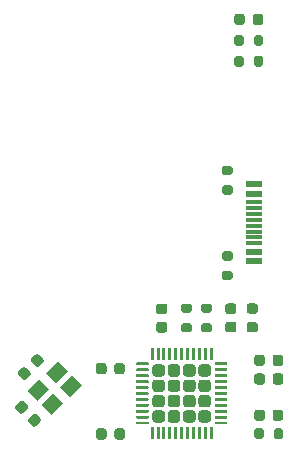
<source format=gbr>
%TF.GenerationSoftware,KiCad,Pcbnew,5.1.7-a382d34a8~88~ubuntu20.04.1*%
%TF.CreationDate,2021-03-21T15:49:45+01:00*%
%TF.ProjectId,marco-keyboard,6d617263-6f2d-46b6-9579-626f6172642e,rev?*%
%TF.SameCoordinates,Original*%
%TF.FileFunction,Paste,Top*%
%TF.FilePolarity,Positive*%
%FSLAX46Y46*%
G04 Gerber Fmt 4.6, Leading zero omitted, Abs format (unit mm)*
G04 Created by KiCad (PCBNEW 5.1.7-a382d34a8~88~ubuntu20.04.1) date 2021-03-21 15:49:45*
%MOMM*%
%LPD*%
G01*
G04 APERTURE LIST*
%ADD10R,1.450000X0.600000*%
%ADD11R,1.450000X0.300000*%
%ADD12C,0.100000*%
G04 APERTURE END LIST*
D10*
%TO.C,J1*%
X185405000Y-74370000D03*
X185405000Y-73570000D03*
D11*
X185405000Y-71370000D03*
X185405000Y-71870000D03*
X185405000Y-72370000D03*
X185405000Y-72870000D03*
X185405000Y-70870000D03*
X185405000Y-70370000D03*
X185405000Y-69870000D03*
X185405000Y-69370000D03*
D10*
X185405000Y-68670000D03*
X185405000Y-67870000D03*
%TD*%
%TO.C,D2*%
G36*
G01*
X186192880Y-53642530D02*
X186192880Y-54155030D01*
G75*
G02*
X185974130Y-54373780I-218750J0D01*
G01*
X185536630Y-54373780D01*
G75*
G02*
X185317880Y-54155030I0J218750D01*
G01*
X185317880Y-53642530D01*
G75*
G02*
X185536630Y-53423780I218750J0D01*
G01*
X185974130Y-53423780D01*
G75*
G02*
X186192880Y-53642530I0J-218750D01*
G01*
G37*
G36*
G01*
X184617880Y-53642530D02*
X184617880Y-54155030D01*
G75*
G02*
X184399130Y-54373780I-218750J0D01*
G01*
X183961630Y-54373780D01*
G75*
G02*
X183742880Y-54155030I0J218750D01*
G01*
X183742880Y-53642530D01*
G75*
G02*
X183961630Y-53423780I218750J0D01*
G01*
X184399130Y-53423780D01*
G75*
G02*
X184617880Y-53642530I0J-218750D01*
G01*
G37*
%TD*%
%TO.C,C1*%
G36*
G01*
X185434520Y-84602640D02*
X185434520Y-84102640D01*
G75*
G02*
X185659520Y-83877640I225000J0D01*
G01*
X186109520Y-83877640D01*
G75*
G02*
X186334520Y-84102640I0J-225000D01*
G01*
X186334520Y-84602640D01*
G75*
G02*
X186109520Y-84827640I-225000J0D01*
G01*
X185659520Y-84827640D01*
G75*
G02*
X185434520Y-84602640I0J225000D01*
G01*
G37*
G36*
G01*
X186984520Y-84602640D02*
X186984520Y-84102640D01*
G75*
G02*
X187209520Y-83877640I225000J0D01*
G01*
X187659520Y-83877640D01*
G75*
G02*
X187884520Y-84102640I0J-225000D01*
G01*
X187884520Y-84602640D01*
G75*
G02*
X187659520Y-84827640I-225000J0D01*
G01*
X187209520Y-84827640D01*
G75*
G02*
X186984520Y-84602640I0J225000D01*
G01*
G37*
%TD*%
%TO.C,C2*%
G36*
G01*
X177844260Y-80421900D02*
X177344260Y-80421900D01*
G75*
G02*
X177119260Y-80196900I0J225000D01*
G01*
X177119260Y-79746900D01*
G75*
G02*
X177344260Y-79521900I225000J0D01*
G01*
X177844260Y-79521900D01*
G75*
G02*
X178069260Y-79746900I0J-225000D01*
G01*
X178069260Y-80196900D01*
G75*
G02*
X177844260Y-80421900I-225000J0D01*
G01*
G37*
G36*
G01*
X177844260Y-78871900D02*
X177344260Y-78871900D01*
G75*
G02*
X177119260Y-78646900I0J225000D01*
G01*
X177119260Y-78196900D01*
G75*
G02*
X177344260Y-77971900I225000J0D01*
G01*
X177844260Y-77971900D01*
G75*
G02*
X178069260Y-78196900I0J-225000D01*
G01*
X178069260Y-78646900D01*
G75*
G02*
X177844260Y-78871900I-225000J0D01*
G01*
G37*
%TD*%
%TO.C,C3*%
G36*
G01*
X172926220Y-83219480D02*
X172926220Y-83719480D01*
G75*
G02*
X172701220Y-83944480I-225000J0D01*
G01*
X172251220Y-83944480D01*
G75*
G02*
X172026220Y-83719480I0J225000D01*
G01*
X172026220Y-83219480D01*
G75*
G02*
X172251220Y-82994480I225000J0D01*
G01*
X172701220Y-82994480D01*
G75*
G02*
X172926220Y-83219480I0J-225000D01*
G01*
G37*
G36*
G01*
X174476220Y-83219480D02*
X174476220Y-83719480D01*
G75*
G02*
X174251220Y-83944480I-225000J0D01*
G01*
X173801220Y-83944480D01*
G75*
G02*
X173576220Y-83719480I0J225000D01*
G01*
X173576220Y-83219480D01*
G75*
G02*
X173801220Y-82994480I225000J0D01*
G01*
X174251220Y-82994480D01*
G75*
G02*
X174476220Y-83219480I0J-225000D01*
G01*
G37*
%TD*%
%TO.C,C4*%
G36*
G01*
X186984520Y-87665880D02*
X186984520Y-87165880D01*
G75*
G02*
X187209520Y-86940880I225000J0D01*
G01*
X187659520Y-86940880D01*
G75*
G02*
X187884520Y-87165880I0J-225000D01*
G01*
X187884520Y-87665880D01*
G75*
G02*
X187659520Y-87890880I-225000J0D01*
G01*
X187209520Y-87890880D01*
G75*
G02*
X186984520Y-87665880I0J225000D01*
G01*
G37*
G36*
G01*
X185434520Y-87665880D02*
X185434520Y-87165880D01*
G75*
G02*
X185659520Y-86940880I225000J0D01*
G01*
X186109520Y-86940880D01*
G75*
G02*
X186334520Y-87165880I0J-225000D01*
G01*
X186334520Y-87665880D01*
G75*
G02*
X186109520Y-87890880I-225000J0D01*
G01*
X185659520Y-87890880D01*
G75*
G02*
X185434520Y-87665880I0J225000D01*
G01*
G37*
%TD*%
%TO.C,C5*%
G36*
G01*
X172938260Y-88759220D02*
X172938260Y-89259220D01*
G75*
G02*
X172713260Y-89484220I-225000J0D01*
G01*
X172263260Y-89484220D01*
G75*
G02*
X172038260Y-89259220I0J225000D01*
G01*
X172038260Y-88759220D01*
G75*
G02*
X172263260Y-88534220I225000J0D01*
G01*
X172713260Y-88534220D01*
G75*
G02*
X172938260Y-88759220I0J-225000D01*
G01*
G37*
G36*
G01*
X174488260Y-88759220D02*
X174488260Y-89259220D01*
G75*
G02*
X174263260Y-89484220I-225000J0D01*
G01*
X173813260Y-89484220D01*
G75*
G02*
X173588260Y-89259220I0J225000D01*
G01*
X173588260Y-88759220D01*
G75*
G02*
X173813260Y-88534220I225000J0D01*
G01*
X174263260Y-88534220D01*
G75*
G02*
X174488260Y-88759220I0J-225000D01*
G01*
G37*
%TD*%
%TO.C,C6*%
G36*
G01*
X185434520Y-83025300D02*
X185434520Y-82525300D01*
G75*
G02*
X185659520Y-82300300I225000J0D01*
G01*
X186109520Y-82300300D01*
G75*
G02*
X186334520Y-82525300I0J-225000D01*
G01*
X186334520Y-83025300D01*
G75*
G02*
X186109520Y-83250300I-225000J0D01*
G01*
X185659520Y-83250300D01*
G75*
G02*
X185434520Y-83025300I0J225000D01*
G01*
G37*
G36*
G01*
X186984520Y-83025300D02*
X186984520Y-82525300D01*
G75*
G02*
X187209520Y-82300300I225000J0D01*
G01*
X187659520Y-82300300D01*
G75*
G02*
X187884520Y-82525300I0J-225000D01*
G01*
X187884520Y-83025300D01*
G75*
G02*
X187659520Y-83250300I-225000J0D01*
G01*
X187209520Y-83250300D01*
G75*
G02*
X186984520Y-83025300I0J225000D01*
G01*
G37*
%TD*%
%TO.C,C7*%
G36*
G01*
X183696420Y-80404120D02*
X183196420Y-80404120D01*
G75*
G02*
X182971420Y-80179120I0J225000D01*
G01*
X182971420Y-79729120D01*
G75*
G02*
X183196420Y-79504120I225000J0D01*
G01*
X183696420Y-79504120D01*
G75*
G02*
X183921420Y-79729120I0J-225000D01*
G01*
X183921420Y-80179120D01*
G75*
G02*
X183696420Y-80404120I-225000J0D01*
G01*
G37*
G36*
G01*
X183696420Y-78854120D02*
X183196420Y-78854120D01*
G75*
G02*
X182971420Y-78629120I0J225000D01*
G01*
X182971420Y-78179120D01*
G75*
G02*
X183196420Y-77954120I225000J0D01*
G01*
X183696420Y-77954120D01*
G75*
G02*
X183921420Y-78179120I0J-225000D01*
G01*
X183921420Y-78629120D01*
G75*
G02*
X183696420Y-78854120I-225000J0D01*
G01*
G37*
%TD*%
%TO.C,C8*%
G36*
G01*
X165235577Y-86602751D02*
X165589131Y-86249197D01*
G75*
G02*
X165907329Y-86249197I159099J-159099D01*
G01*
X166225527Y-86567395D01*
G75*
G02*
X166225527Y-86885593I-159099J-159099D01*
G01*
X165871973Y-87239147D01*
G75*
G02*
X165553775Y-87239147I-159099J159099D01*
G01*
X165235577Y-86920949D01*
G75*
G02*
X165235577Y-86602751I159099J159099D01*
G01*
G37*
G36*
G01*
X166331593Y-87698767D02*
X166685147Y-87345213D01*
G75*
G02*
X167003345Y-87345213I159099J-159099D01*
G01*
X167321543Y-87663411D01*
G75*
G02*
X167321543Y-87981609I-159099J-159099D01*
G01*
X166967989Y-88335163D01*
G75*
G02*
X166649791Y-88335163I-159099J159099D01*
G01*
X166331593Y-88016965D01*
G75*
G02*
X166331593Y-87698767I159099J159099D01*
G01*
G37*
%TD*%
%TO.C,C9*%
G36*
G01*
X166916919Y-83291355D02*
X166563365Y-82937801D01*
G75*
G02*
X166563365Y-82619603I159099J159099D01*
G01*
X166881563Y-82301405D01*
G75*
G02*
X167199761Y-82301405I159099J-159099D01*
G01*
X167553315Y-82654959D01*
G75*
G02*
X167553315Y-82973157I-159099J-159099D01*
G01*
X167235117Y-83291355D01*
G75*
G02*
X166916919Y-83291355I-159099J159099D01*
G01*
G37*
G36*
G01*
X165820903Y-84387371D02*
X165467349Y-84033817D01*
G75*
G02*
X165467349Y-83715619I159099J159099D01*
G01*
X165785547Y-83397421D01*
G75*
G02*
X166103745Y-83397421I159099J-159099D01*
G01*
X166457299Y-83750975D01*
G75*
G02*
X166457299Y-84069173I-159099J-159099D01*
G01*
X166139101Y-84387371D01*
G75*
G02*
X165820903Y-84387371I-159099J159099D01*
G01*
G37*
%TD*%
%TO.C,F1*%
G36*
G01*
X185518770Y-80404120D02*
X185006270Y-80404120D01*
G75*
G02*
X184787520Y-80185370I0J218750D01*
G01*
X184787520Y-79747870D01*
G75*
G02*
X185006270Y-79529120I218750J0D01*
G01*
X185518770Y-79529120D01*
G75*
G02*
X185737520Y-79747870I0J-218750D01*
G01*
X185737520Y-80185370D01*
G75*
G02*
X185518770Y-80404120I-218750J0D01*
G01*
G37*
G36*
G01*
X185518770Y-78829120D02*
X185006270Y-78829120D01*
G75*
G02*
X184787520Y-78610370I0J218750D01*
G01*
X184787520Y-78172870D01*
G75*
G02*
X185006270Y-77954120I218750J0D01*
G01*
X185518770Y-77954120D01*
G75*
G02*
X185737520Y-78172870I0J-218750D01*
G01*
X185737520Y-78610370D01*
G75*
G02*
X185518770Y-78829120I-218750J0D01*
G01*
G37*
%TD*%
%TO.C,R1*%
G36*
G01*
X186192880Y-57169640D02*
X186192880Y-57719640D01*
G75*
G02*
X185992880Y-57919640I-200000J0D01*
G01*
X185592880Y-57919640D01*
G75*
G02*
X185392880Y-57719640I0J200000D01*
G01*
X185392880Y-57169640D01*
G75*
G02*
X185592880Y-56969640I200000J0D01*
G01*
X185992880Y-56969640D01*
G75*
G02*
X186192880Y-57169640I0J-200000D01*
G01*
G37*
G36*
G01*
X184542880Y-57169640D02*
X184542880Y-57719640D01*
G75*
G02*
X184342880Y-57919640I-200000J0D01*
G01*
X183942880Y-57919640D01*
G75*
G02*
X183742880Y-57719640I0J200000D01*
G01*
X183742880Y-57169640D01*
G75*
G02*
X183942880Y-56969640I200000J0D01*
G01*
X184342880Y-56969640D01*
G75*
G02*
X184542880Y-57169640I0J-200000D01*
G01*
G37*
%TD*%
%TO.C,R2*%
G36*
G01*
X179977140Y-80412040D02*
X179427140Y-80412040D01*
G75*
G02*
X179227140Y-80212040I0J200000D01*
G01*
X179227140Y-79812040D01*
G75*
G02*
X179427140Y-79612040I200000J0D01*
G01*
X179977140Y-79612040D01*
G75*
G02*
X180177140Y-79812040I0J-200000D01*
G01*
X180177140Y-80212040D01*
G75*
G02*
X179977140Y-80412040I-200000J0D01*
G01*
G37*
G36*
G01*
X179977140Y-78762040D02*
X179427140Y-78762040D01*
G75*
G02*
X179227140Y-78562040I0J200000D01*
G01*
X179227140Y-78162040D01*
G75*
G02*
X179427140Y-77962040I200000J0D01*
G01*
X179977140Y-77962040D01*
G75*
G02*
X180177140Y-78162040I0J-200000D01*
G01*
X180177140Y-78562040D01*
G75*
G02*
X179977140Y-78762040I-200000J0D01*
G01*
G37*
%TD*%
%TO.C,R3*%
G36*
G01*
X181660313Y-78762040D02*
X181110313Y-78762040D01*
G75*
G02*
X180910313Y-78562040I0J200000D01*
G01*
X180910313Y-78162040D01*
G75*
G02*
X181110313Y-77962040I200000J0D01*
G01*
X181660313Y-77962040D01*
G75*
G02*
X181860313Y-78162040I0J-200000D01*
G01*
X181860313Y-78562040D01*
G75*
G02*
X181660313Y-78762040I-200000J0D01*
G01*
G37*
G36*
G01*
X181660313Y-80412040D02*
X181110313Y-80412040D01*
G75*
G02*
X180910313Y-80212040I0J200000D01*
G01*
X180910313Y-79812040D01*
G75*
G02*
X181110313Y-79612040I200000J0D01*
G01*
X181660313Y-79612040D01*
G75*
G02*
X181860313Y-79812040I0J-200000D01*
G01*
X181860313Y-80212040D01*
G75*
G02*
X181660313Y-80412040I-200000J0D01*
G01*
G37*
%TD*%
%TO.C,R4*%
G36*
G01*
X185434520Y-89258060D02*
X185434520Y-88708060D01*
G75*
G02*
X185634520Y-88508060I200000J0D01*
G01*
X186034520Y-88508060D01*
G75*
G02*
X186234520Y-88708060I0J-200000D01*
G01*
X186234520Y-89258060D01*
G75*
G02*
X186034520Y-89458060I-200000J0D01*
G01*
X185634520Y-89458060D01*
G75*
G02*
X185434520Y-89258060I0J200000D01*
G01*
G37*
G36*
G01*
X187084520Y-89258060D02*
X187084520Y-88708060D01*
G75*
G02*
X187284520Y-88508060I200000J0D01*
G01*
X187684520Y-88508060D01*
G75*
G02*
X187884520Y-88708060I0J-200000D01*
G01*
X187884520Y-89258060D01*
G75*
G02*
X187684520Y-89458060I-200000J0D01*
G01*
X187284520Y-89458060D01*
G75*
G02*
X187084520Y-89258060I0J200000D01*
G01*
G37*
%TD*%
%TO.C,R5*%
G36*
G01*
X186192880Y-55416710D02*
X186192880Y-55966710D01*
G75*
G02*
X185992880Y-56166710I-200000J0D01*
G01*
X185592880Y-56166710D01*
G75*
G02*
X185392880Y-55966710I0J200000D01*
G01*
X185392880Y-55416710D01*
G75*
G02*
X185592880Y-55216710I200000J0D01*
G01*
X185992880Y-55216710D01*
G75*
G02*
X186192880Y-55416710I0J-200000D01*
G01*
G37*
G36*
G01*
X184542880Y-55416710D02*
X184542880Y-55966710D01*
G75*
G02*
X184342880Y-56166710I-200000J0D01*
G01*
X183942880Y-56166710D01*
G75*
G02*
X183742880Y-55966710I0J200000D01*
G01*
X183742880Y-55416710D01*
G75*
G02*
X183942880Y-55216710I200000J0D01*
G01*
X184342880Y-55216710D01*
G75*
G02*
X184542880Y-55416710I0J-200000D01*
G01*
G37*
%TD*%
%TO.C,R6*%
G36*
G01*
X182866620Y-75182280D02*
X183416620Y-75182280D01*
G75*
G02*
X183616620Y-75382280I0J-200000D01*
G01*
X183616620Y-75782280D01*
G75*
G02*
X183416620Y-75982280I-200000J0D01*
G01*
X182866620Y-75982280D01*
G75*
G02*
X182666620Y-75782280I0J200000D01*
G01*
X182666620Y-75382280D01*
G75*
G02*
X182866620Y-75182280I200000J0D01*
G01*
G37*
G36*
G01*
X182866620Y-73532280D02*
X183416620Y-73532280D01*
G75*
G02*
X183616620Y-73732280I0J-200000D01*
G01*
X183616620Y-74132280D01*
G75*
G02*
X183416620Y-74332280I-200000J0D01*
G01*
X182866620Y-74332280D01*
G75*
G02*
X182666620Y-74132280I0J200000D01*
G01*
X182666620Y-73732280D01*
G75*
G02*
X182866620Y-73532280I200000J0D01*
G01*
G37*
%TD*%
%TO.C,R7*%
G36*
G01*
X182866620Y-66298360D02*
X183416620Y-66298360D01*
G75*
G02*
X183616620Y-66498360I0J-200000D01*
G01*
X183616620Y-66898360D01*
G75*
G02*
X183416620Y-67098360I-200000J0D01*
G01*
X182866620Y-67098360D01*
G75*
G02*
X182666620Y-66898360I0J200000D01*
G01*
X182666620Y-66498360D01*
G75*
G02*
X182866620Y-66298360I200000J0D01*
G01*
G37*
G36*
G01*
X182866620Y-67948360D02*
X183416620Y-67948360D01*
G75*
G02*
X183616620Y-68148360I0J-200000D01*
G01*
X183616620Y-68548360D01*
G75*
G02*
X183416620Y-68748360I-200000J0D01*
G01*
X182866620Y-68748360D01*
G75*
G02*
X182666620Y-68548360I0J200000D01*
G01*
X182666620Y-68148360D01*
G75*
G02*
X182866620Y-67948360I200000J0D01*
G01*
G37*
%TD*%
%TO.C,U1*%
G36*
G01*
X181725940Y-81702680D02*
X181850940Y-81702680D01*
G75*
G02*
X181913440Y-81765180I0J-62500D01*
G01*
X181913440Y-82715180D01*
G75*
G02*
X181850940Y-82777680I-62500J0D01*
G01*
X181725940Y-82777680D01*
G75*
G02*
X181663440Y-82715180I0J62500D01*
G01*
X181663440Y-81765180D01*
G75*
G02*
X181725940Y-81702680I62500J0D01*
G01*
G37*
G36*
G01*
X181225940Y-81702680D02*
X181350940Y-81702680D01*
G75*
G02*
X181413440Y-81765180I0J-62500D01*
G01*
X181413440Y-82715180D01*
G75*
G02*
X181350940Y-82777680I-62500J0D01*
G01*
X181225940Y-82777680D01*
G75*
G02*
X181163440Y-82715180I0J62500D01*
G01*
X181163440Y-81765180D01*
G75*
G02*
X181225940Y-81702680I62500J0D01*
G01*
G37*
G36*
G01*
X180725940Y-81702680D02*
X180850940Y-81702680D01*
G75*
G02*
X180913440Y-81765180I0J-62500D01*
G01*
X180913440Y-82715180D01*
G75*
G02*
X180850940Y-82777680I-62500J0D01*
G01*
X180725940Y-82777680D01*
G75*
G02*
X180663440Y-82715180I0J62500D01*
G01*
X180663440Y-81765180D01*
G75*
G02*
X180725940Y-81702680I62500J0D01*
G01*
G37*
G36*
G01*
X180225940Y-81702680D02*
X180350940Y-81702680D01*
G75*
G02*
X180413440Y-81765180I0J-62500D01*
G01*
X180413440Y-82715180D01*
G75*
G02*
X180350940Y-82777680I-62500J0D01*
G01*
X180225940Y-82777680D01*
G75*
G02*
X180163440Y-82715180I0J62500D01*
G01*
X180163440Y-81765180D01*
G75*
G02*
X180225940Y-81702680I62500J0D01*
G01*
G37*
G36*
G01*
X179725940Y-81702680D02*
X179850940Y-81702680D01*
G75*
G02*
X179913440Y-81765180I0J-62500D01*
G01*
X179913440Y-82715180D01*
G75*
G02*
X179850940Y-82777680I-62500J0D01*
G01*
X179725940Y-82777680D01*
G75*
G02*
X179663440Y-82715180I0J62500D01*
G01*
X179663440Y-81765180D01*
G75*
G02*
X179725940Y-81702680I62500J0D01*
G01*
G37*
G36*
G01*
X179225940Y-81702680D02*
X179350940Y-81702680D01*
G75*
G02*
X179413440Y-81765180I0J-62500D01*
G01*
X179413440Y-82715180D01*
G75*
G02*
X179350940Y-82777680I-62500J0D01*
G01*
X179225940Y-82777680D01*
G75*
G02*
X179163440Y-82715180I0J62500D01*
G01*
X179163440Y-81765180D01*
G75*
G02*
X179225940Y-81702680I62500J0D01*
G01*
G37*
G36*
G01*
X178725940Y-81702680D02*
X178850940Y-81702680D01*
G75*
G02*
X178913440Y-81765180I0J-62500D01*
G01*
X178913440Y-82715180D01*
G75*
G02*
X178850940Y-82777680I-62500J0D01*
G01*
X178725940Y-82777680D01*
G75*
G02*
X178663440Y-82715180I0J62500D01*
G01*
X178663440Y-81765180D01*
G75*
G02*
X178725940Y-81702680I62500J0D01*
G01*
G37*
G36*
G01*
X178225940Y-81702680D02*
X178350940Y-81702680D01*
G75*
G02*
X178413440Y-81765180I0J-62500D01*
G01*
X178413440Y-82715180D01*
G75*
G02*
X178350940Y-82777680I-62500J0D01*
G01*
X178225940Y-82777680D01*
G75*
G02*
X178163440Y-82715180I0J62500D01*
G01*
X178163440Y-81765180D01*
G75*
G02*
X178225940Y-81702680I62500J0D01*
G01*
G37*
G36*
G01*
X177725940Y-81702680D02*
X177850940Y-81702680D01*
G75*
G02*
X177913440Y-81765180I0J-62500D01*
G01*
X177913440Y-82715180D01*
G75*
G02*
X177850940Y-82777680I-62500J0D01*
G01*
X177725940Y-82777680D01*
G75*
G02*
X177663440Y-82715180I0J62500D01*
G01*
X177663440Y-81765180D01*
G75*
G02*
X177725940Y-81702680I62500J0D01*
G01*
G37*
G36*
G01*
X177225940Y-81702680D02*
X177350940Y-81702680D01*
G75*
G02*
X177413440Y-81765180I0J-62500D01*
G01*
X177413440Y-82715180D01*
G75*
G02*
X177350940Y-82777680I-62500J0D01*
G01*
X177225940Y-82777680D01*
G75*
G02*
X177163440Y-82715180I0J62500D01*
G01*
X177163440Y-81765180D01*
G75*
G02*
X177225940Y-81702680I62500J0D01*
G01*
G37*
G36*
G01*
X176725940Y-81702680D02*
X176850940Y-81702680D01*
G75*
G02*
X176913440Y-81765180I0J-62500D01*
G01*
X176913440Y-82715180D01*
G75*
G02*
X176850940Y-82777680I-62500J0D01*
G01*
X176725940Y-82777680D01*
G75*
G02*
X176663440Y-82715180I0J62500D01*
G01*
X176663440Y-81765180D01*
G75*
G02*
X176725940Y-81702680I62500J0D01*
G01*
G37*
G36*
G01*
X175475940Y-82952680D02*
X176425940Y-82952680D01*
G75*
G02*
X176488440Y-83015180I0J-62500D01*
G01*
X176488440Y-83140180D01*
G75*
G02*
X176425940Y-83202680I-62500J0D01*
G01*
X175475940Y-83202680D01*
G75*
G02*
X175413440Y-83140180I0J62500D01*
G01*
X175413440Y-83015180D01*
G75*
G02*
X175475940Y-82952680I62500J0D01*
G01*
G37*
G36*
G01*
X175475940Y-83452680D02*
X176425940Y-83452680D01*
G75*
G02*
X176488440Y-83515180I0J-62500D01*
G01*
X176488440Y-83640180D01*
G75*
G02*
X176425940Y-83702680I-62500J0D01*
G01*
X175475940Y-83702680D01*
G75*
G02*
X175413440Y-83640180I0J62500D01*
G01*
X175413440Y-83515180D01*
G75*
G02*
X175475940Y-83452680I62500J0D01*
G01*
G37*
G36*
G01*
X175475940Y-83952680D02*
X176425940Y-83952680D01*
G75*
G02*
X176488440Y-84015180I0J-62500D01*
G01*
X176488440Y-84140180D01*
G75*
G02*
X176425940Y-84202680I-62500J0D01*
G01*
X175475940Y-84202680D01*
G75*
G02*
X175413440Y-84140180I0J62500D01*
G01*
X175413440Y-84015180D01*
G75*
G02*
X175475940Y-83952680I62500J0D01*
G01*
G37*
G36*
G01*
X175475940Y-84452680D02*
X176425940Y-84452680D01*
G75*
G02*
X176488440Y-84515180I0J-62500D01*
G01*
X176488440Y-84640180D01*
G75*
G02*
X176425940Y-84702680I-62500J0D01*
G01*
X175475940Y-84702680D01*
G75*
G02*
X175413440Y-84640180I0J62500D01*
G01*
X175413440Y-84515180D01*
G75*
G02*
X175475940Y-84452680I62500J0D01*
G01*
G37*
G36*
G01*
X175475940Y-84952680D02*
X176425940Y-84952680D01*
G75*
G02*
X176488440Y-85015180I0J-62500D01*
G01*
X176488440Y-85140180D01*
G75*
G02*
X176425940Y-85202680I-62500J0D01*
G01*
X175475940Y-85202680D01*
G75*
G02*
X175413440Y-85140180I0J62500D01*
G01*
X175413440Y-85015180D01*
G75*
G02*
X175475940Y-84952680I62500J0D01*
G01*
G37*
G36*
G01*
X175475940Y-85452680D02*
X176425940Y-85452680D01*
G75*
G02*
X176488440Y-85515180I0J-62500D01*
G01*
X176488440Y-85640180D01*
G75*
G02*
X176425940Y-85702680I-62500J0D01*
G01*
X175475940Y-85702680D01*
G75*
G02*
X175413440Y-85640180I0J62500D01*
G01*
X175413440Y-85515180D01*
G75*
G02*
X175475940Y-85452680I62500J0D01*
G01*
G37*
G36*
G01*
X175475940Y-85952680D02*
X176425940Y-85952680D01*
G75*
G02*
X176488440Y-86015180I0J-62500D01*
G01*
X176488440Y-86140180D01*
G75*
G02*
X176425940Y-86202680I-62500J0D01*
G01*
X175475940Y-86202680D01*
G75*
G02*
X175413440Y-86140180I0J62500D01*
G01*
X175413440Y-86015180D01*
G75*
G02*
X175475940Y-85952680I62500J0D01*
G01*
G37*
G36*
G01*
X175475940Y-86452680D02*
X176425940Y-86452680D01*
G75*
G02*
X176488440Y-86515180I0J-62500D01*
G01*
X176488440Y-86640180D01*
G75*
G02*
X176425940Y-86702680I-62500J0D01*
G01*
X175475940Y-86702680D01*
G75*
G02*
X175413440Y-86640180I0J62500D01*
G01*
X175413440Y-86515180D01*
G75*
G02*
X175475940Y-86452680I62500J0D01*
G01*
G37*
G36*
G01*
X175475940Y-86952680D02*
X176425940Y-86952680D01*
G75*
G02*
X176488440Y-87015180I0J-62500D01*
G01*
X176488440Y-87140180D01*
G75*
G02*
X176425940Y-87202680I-62500J0D01*
G01*
X175475940Y-87202680D01*
G75*
G02*
X175413440Y-87140180I0J62500D01*
G01*
X175413440Y-87015180D01*
G75*
G02*
X175475940Y-86952680I62500J0D01*
G01*
G37*
G36*
G01*
X175475940Y-87452680D02*
X176425940Y-87452680D01*
G75*
G02*
X176488440Y-87515180I0J-62500D01*
G01*
X176488440Y-87640180D01*
G75*
G02*
X176425940Y-87702680I-62500J0D01*
G01*
X175475940Y-87702680D01*
G75*
G02*
X175413440Y-87640180I0J62500D01*
G01*
X175413440Y-87515180D01*
G75*
G02*
X175475940Y-87452680I62500J0D01*
G01*
G37*
G36*
G01*
X175475940Y-87952680D02*
X176425940Y-87952680D01*
G75*
G02*
X176488440Y-88015180I0J-62500D01*
G01*
X176488440Y-88140180D01*
G75*
G02*
X176425940Y-88202680I-62500J0D01*
G01*
X175475940Y-88202680D01*
G75*
G02*
X175413440Y-88140180I0J62500D01*
G01*
X175413440Y-88015180D01*
G75*
G02*
X175475940Y-87952680I62500J0D01*
G01*
G37*
G36*
G01*
X176725940Y-88377680D02*
X176850940Y-88377680D01*
G75*
G02*
X176913440Y-88440180I0J-62500D01*
G01*
X176913440Y-89390180D01*
G75*
G02*
X176850940Y-89452680I-62500J0D01*
G01*
X176725940Y-89452680D01*
G75*
G02*
X176663440Y-89390180I0J62500D01*
G01*
X176663440Y-88440180D01*
G75*
G02*
X176725940Y-88377680I62500J0D01*
G01*
G37*
G36*
G01*
X177225940Y-88377680D02*
X177350940Y-88377680D01*
G75*
G02*
X177413440Y-88440180I0J-62500D01*
G01*
X177413440Y-89390180D01*
G75*
G02*
X177350940Y-89452680I-62500J0D01*
G01*
X177225940Y-89452680D01*
G75*
G02*
X177163440Y-89390180I0J62500D01*
G01*
X177163440Y-88440180D01*
G75*
G02*
X177225940Y-88377680I62500J0D01*
G01*
G37*
G36*
G01*
X177725940Y-88377680D02*
X177850940Y-88377680D01*
G75*
G02*
X177913440Y-88440180I0J-62500D01*
G01*
X177913440Y-89390180D01*
G75*
G02*
X177850940Y-89452680I-62500J0D01*
G01*
X177725940Y-89452680D01*
G75*
G02*
X177663440Y-89390180I0J62500D01*
G01*
X177663440Y-88440180D01*
G75*
G02*
X177725940Y-88377680I62500J0D01*
G01*
G37*
G36*
G01*
X178225940Y-88377680D02*
X178350940Y-88377680D01*
G75*
G02*
X178413440Y-88440180I0J-62500D01*
G01*
X178413440Y-89390180D01*
G75*
G02*
X178350940Y-89452680I-62500J0D01*
G01*
X178225940Y-89452680D01*
G75*
G02*
X178163440Y-89390180I0J62500D01*
G01*
X178163440Y-88440180D01*
G75*
G02*
X178225940Y-88377680I62500J0D01*
G01*
G37*
G36*
G01*
X178725940Y-88377680D02*
X178850940Y-88377680D01*
G75*
G02*
X178913440Y-88440180I0J-62500D01*
G01*
X178913440Y-89390180D01*
G75*
G02*
X178850940Y-89452680I-62500J0D01*
G01*
X178725940Y-89452680D01*
G75*
G02*
X178663440Y-89390180I0J62500D01*
G01*
X178663440Y-88440180D01*
G75*
G02*
X178725940Y-88377680I62500J0D01*
G01*
G37*
G36*
G01*
X179225940Y-88377680D02*
X179350940Y-88377680D01*
G75*
G02*
X179413440Y-88440180I0J-62500D01*
G01*
X179413440Y-89390180D01*
G75*
G02*
X179350940Y-89452680I-62500J0D01*
G01*
X179225940Y-89452680D01*
G75*
G02*
X179163440Y-89390180I0J62500D01*
G01*
X179163440Y-88440180D01*
G75*
G02*
X179225940Y-88377680I62500J0D01*
G01*
G37*
G36*
G01*
X179725940Y-88377680D02*
X179850940Y-88377680D01*
G75*
G02*
X179913440Y-88440180I0J-62500D01*
G01*
X179913440Y-89390180D01*
G75*
G02*
X179850940Y-89452680I-62500J0D01*
G01*
X179725940Y-89452680D01*
G75*
G02*
X179663440Y-89390180I0J62500D01*
G01*
X179663440Y-88440180D01*
G75*
G02*
X179725940Y-88377680I62500J0D01*
G01*
G37*
G36*
G01*
X180225940Y-88377680D02*
X180350940Y-88377680D01*
G75*
G02*
X180413440Y-88440180I0J-62500D01*
G01*
X180413440Y-89390180D01*
G75*
G02*
X180350940Y-89452680I-62500J0D01*
G01*
X180225940Y-89452680D01*
G75*
G02*
X180163440Y-89390180I0J62500D01*
G01*
X180163440Y-88440180D01*
G75*
G02*
X180225940Y-88377680I62500J0D01*
G01*
G37*
G36*
G01*
X180725940Y-88377680D02*
X180850940Y-88377680D01*
G75*
G02*
X180913440Y-88440180I0J-62500D01*
G01*
X180913440Y-89390180D01*
G75*
G02*
X180850940Y-89452680I-62500J0D01*
G01*
X180725940Y-89452680D01*
G75*
G02*
X180663440Y-89390180I0J62500D01*
G01*
X180663440Y-88440180D01*
G75*
G02*
X180725940Y-88377680I62500J0D01*
G01*
G37*
G36*
G01*
X181225940Y-88377680D02*
X181350940Y-88377680D01*
G75*
G02*
X181413440Y-88440180I0J-62500D01*
G01*
X181413440Y-89390180D01*
G75*
G02*
X181350940Y-89452680I-62500J0D01*
G01*
X181225940Y-89452680D01*
G75*
G02*
X181163440Y-89390180I0J62500D01*
G01*
X181163440Y-88440180D01*
G75*
G02*
X181225940Y-88377680I62500J0D01*
G01*
G37*
G36*
G01*
X181725940Y-88377680D02*
X181850940Y-88377680D01*
G75*
G02*
X181913440Y-88440180I0J-62500D01*
G01*
X181913440Y-89390180D01*
G75*
G02*
X181850940Y-89452680I-62500J0D01*
G01*
X181725940Y-89452680D01*
G75*
G02*
X181663440Y-89390180I0J62500D01*
G01*
X181663440Y-88440180D01*
G75*
G02*
X181725940Y-88377680I62500J0D01*
G01*
G37*
G36*
G01*
X182150940Y-87952680D02*
X183100940Y-87952680D01*
G75*
G02*
X183163440Y-88015180I0J-62500D01*
G01*
X183163440Y-88140180D01*
G75*
G02*
X183100940Y-88202680I-62500J0D01*
G01*
X182150940Y-88202680D01*
G75*
G02*
X182088440Y-88140180I0J62500D01*
G01*
X182088440Y-88015180D01*
G75*
G02*
X182150940Y-87952680I62500J0D01*
G01*
G37*
G36*
G01*
X182150940Y-87452680D02*
X183100940Y-87452680D01*
G75*
G02*
X183163440Y-87515180I0J-62500D01*
G01*
X183163440Y-87640180D01*
G75*
G02*
X183100940Y-87702680I-62500J0D01*
G01*
X182150940Y-87702680D01*
G75*
G02*
X182088440Y-87640180I0J62500D01*
G01*
X182088440Y-87515180D01*
G75*
G02*
X182150940Y-87452680I62500J0D01*
G01*
G37*
G36*
G01*
X182150940Y-86952680D02*
X183100940Y-86952680D01*
G75*
G02*
X183163440Y-87015180I0J-62500D01*
G01*
X183163440Y-87140180D01*
G75*
G02*
X183100940Y-87202680I-62500J0D01*
G01*
X182150940Y-87202680D01*
G75*
G02*
X182088440Y-87140180I0J62500D01*
G01*
X182088440Y-87015180D01*
G75*
G02*
X182150940Y-86952680I62500J0D01*
G01*
G37*
G36*
G01*
X182150940Y-86452680D02*
X183100940Y-86452680D01*
G75*
G02*
X183163440Y-86515180I0J-62500D01*
G01*
X183163440Y-86640180D01*
G75*
G02*
X183100940Y-86702680I-62500J0D01*
G01*
X182150940Y-86702680D01*
G75*
G02*
X182088440Y-86640180I0J62500D01*
G01*
X182088440Y-86515180D01*
G75*
G02*
X182150940Y-86452680I62500J0D01*
G01*
G37*
G36*
G01*
X182150940Y-85952680D02*
X183100940Y-85952680D01*
G75*
G02*
X183163440Y-86015180I0J-62500D01*
G01*
X183163440Y-86140180D01*
G75*
G02*
X183100940Y-86202680I-62500J0D01*
G01*
X182150940Y-86202680D01*
G75*
G02*
X182088440Y-86140180I0J62500D01*
G01*
X182088440Y-86015180D01*
G75*
G02*
X182150940Y-85952680I62500J0D01*
G01*
G37*
G36*
G01*
X182150940Y-85452680D02*
X183100940Y-85452680D01*
G75*
G02*
X183163440Y-85515180I0J-62500D01*
G01*
X183163440Y-85640180D01*
G75*
G02*
X183100940Y-85702680I-62500J0D01*
G01*
X182150940Y-85702680D01*
G75*
G02*
X182088440Y-85640180I0J62500D01*
G01*
X182088440Y-85515180D01*
G75*
G02*
X182150940Y-85452680I62500J0D01*
G01*
G37*
G36*
G01*
X182150940Y-84952680D02*
X183100940Y-84952680D01*
G75*
G02*
X183163440Y-85015180I0J-62500D01*
G01*
X183163440Y-85140180D01*
G75*
G02*
X183100940Y-85202680I-62500J0D01*
G01*
X182150940Y-85202680D01*
G75*
G02*
X182088440Y-85140180I0J62500D01*
G01*
X182088440Y-85015180D01*
G75*
G02*
X182150940Y-84952680I62500J0D01*
G01*
G37*
G36*
G01*
X182150940Y-84452680D02*
X183100940Y-84452680D01*
G75*
G02*
X183163440Y-84515180I0J-62500D01*
G01*
X183163440Y-84640180D01*
G75*
G02*
X183100940Y-84702680I-62500J0D01*
G01*
X182150940Y-84702680D01*
G75*
G02*
X182088440Y-84640180I0J62500D01*
G01*
X182088440Y-84515180D01*
G75*
G02*
X182150940Y-84452680I62500J0D01*
G01*
G37*
G36*
G01*
X182150940Y-83952680D02*
X183100940Y-83952680D01*
G75*
G02*
X183163440Y-84015180I0J-62500D01*
G01*
X183163440Y-84140180D01*
G75*
G02*
X183100940Y-84202680I-62500J0D01*
G01*
X182150940Y-84202680D01*
G75*
G02*
X182088440Y-84140180I0J62500D01*
G01*
X182088440Y-84015180D01*
G75*
G02*
X182150940Y-83952680I62500J0D01*
G01*
G37*
G36*
G01*
X182150940Y-83452680D02*
X183100940Y-83452680D01*
G75*
G02*
X183163440Y-83515180I0J-62500D01*
G01*
X183163440Y-83640180D01*
G75*
G02*
X183100940Y-83702680I-62500J0D01*
G01*
X182150940Y-83702680D01*
G75*
G02*
X182088440Y-83640180I0J62500D01*
G01*
X182088440Y-83515180D01*
G75*
G02*
X182150940Y-83452680I62500J0D01*
G01*
G37*
G36*
G01*
X182150940Y-82952680D02*
X183100940Y-82952680D01*
G75*
G02*
X183163440Y-83015180I0J-62500D01*
G01*
X183163440Y-83140180D01*
G75*
G02*
X183100940Y-83202680I-62500J0D01*
G01*
X182150940Y-83202680D01*
G75*
G02*
X182088440Y-83140180I0J62500D01*
G01*
X182088440Y-83015180D01*
G75*
G02*
X182150940Y-82952680I62500J0D01*
G01*
G37*
G36*
G01*
X180963439Y-83102680D02*
X181513441Y-83102680D01*
G75*
G02*
X181763440Y-83352679I0J-249999D01*
G01*
X181763440Y-83902681D01*
G75*
G02*
X181513441Y-84152680I-249999J0D01*
G01*
X180963439Y-84152680D01*
G75*
G02*
X180713440Y-83902681I0J249999D01*
G01*
X180713440Y-83352679D01*
G75*
G02*
X180963439Y-83102680I249999J0D01*
G01*
G37*
G36*
G01*
X179663439Y-83102680D02*
X180213441Y-83102680D01*
G75*
G02*
X180463440Y-83352679I0J-249999D01*
G01*
X180463440Y-83902681D01*
G75*
G02*
X180213441Y-84152680I-249999J0D01*
G01*
X179663439Y-84152680D01*
G75*
G02*
X179413440Y-83902681I0J249999D01*
G01*
X179413440Y-83352679D01*
G75*
G02*
X179663439Y-83102680I249999J0D01*
G01*
G37*
G36*
G01*
X178363439Y-83102680D02*
X178913441Y-83102680D01*
G75*
G02*
X179163440Y-83352679I0J-249999D01*
G01*
X179163440Y-83902681D01*
G75*
G02*
X178913441Y-84152680I-249999J0D01*
G01*
X178363439Y-84152680D01*
G75*
G02*
X178113440Y-83902681I0J249999D01*
G01*
X178113440Y-83352679D01*
G75*
G02*
X178363439Y-83102680I249999J0D01*
G01*
G37*
G36*
G01*
X177063439Y-83102680D02*
X177613441Y-83102680D01*
G75*
G02*
X177863440Y-83352679I0J-249999D01*
G01*
X177863440Y-83902681D01*
G75*
G02*
X177613441Y-84152680I-249999J0D01*
G01*
X177063439Y-84152680D01*
G75*
G02*
X176813440Y-83902681I0J249999D01*
G01*
X176813440Y-83352679D01*
G75*
G02*
X177063439Y-83102680I249999J0D01*
G01*
G37*
G36*
G01*
X180963439Y-84402680D02*
X181513441Y-84402680D01*
G75*
G02*
X181763440Y-84652679I0J-249999D01*
G01*
X181763440Y-85202681D01*
G75*
G02*
X181513441Y-85452680I-249999J0D01*
G01*
X180963439Y-85452680D01*
G75*
G02*
X180713440Y-85202681I0J249999D01*
G01*
X180713440Y-84652679D01*
G75*
G02*
X180963439Y-84402680I249999J0D01*
G01*
G37*
G36*
G01*
X179663439Y-84402680D02*
X180213441Y-84402680D01*
G75*
G02*
X180463440Y-84652679I0J-249999D01*
G01*
X180463440Y-85202681D01*
G75*
G02*
X180213441Y-85452680I-249999J0D01*
G01*
X179663439Y-85452680D01*
G75*
G02*
X179413440Y-85202681I0J249999D01*
G01*
X179413440Y-84652679D01*
G75*
G02*
X179663439Y-84402680I249999J0D01*
G01*
G37*
G36*
G01*
X178363439Y-84402680D02*
X178913441Y-84402680D01*
G75*
G02*
X179163440Y-84652679I0J-249999D01*
G01*
X179163440Y-85202681D01*
G75*
G02*
X178913441Y-85452680I-249999J0D01*
G01*
X178363439Y-85452680D01*
G75*
G02*
X178113440Y-85202681I0J249999D01*
G01*
X178113440Y-84652679D01*
G75*
G02*
X178363439Y-84402680I249999J0D01*
G01*
G37*
G36*
G01*
X177063439Y-84402680D02*
X177613441Y-84402680D01*
G75*
G02*
X177863440Y-84652679I0J-249999D01*
G01*
X177863440Y-85202681D01*
G75*
G02*
X177613441Y-85452680I-249999J0D01*
G01*
X177063439Y-85452680D01*
G75*
G02*
X176813440Y-85202681I0J249999D01*
G01*
X176813440Y-84652679D01*
G75*
G02*
X177063439Y-84402680I249999J0D01*
G01*
G37*
G36*
G01*
X180963439Y-85702680D02*
X181513441Y-85702680D01*
G75*
G02*
X181763440Y-85952679I0J-249999D01*
G01*
X181763440Y-86502681D01*
G75*
G02*
X181513441Y-86752680I-249999J0D01*
G01*
X180963439Y-86752680D01*
G75*
G02*
X180713440Y-86502681I0J249999D01*
G01*
X180713440Y-85952679D01*
G75*
G02*
X180963439Y-85702680I249999J0D01*
G01*
G37*
G36*
G01*
X179663439Y-85702680D02*
X180213441Y-85702680D01*
G75*
G02*
X180463440Y-85952679I0J-249999D01*
G01*
X180463440Y-86502681D01*
G75*
G02*
X180213441Y-86752680I-249999J0D01*
G01*
X179663439Y-86752680D01*
G75*
G02*
X179413440Y-86502681I0J249999D01*
G01*
X179413440Y-85952679D01*
G75*
G02*
X179663439Y-85702680I249999J0D01*
G01*
G37*
G36*
G01*
X178363439Y-85702680D02*
X178913441Y-85702680D01*
G75*
G02*
X179163440Y-85952679I0J-249999D01*
G01*
X179163440Y-86502681D01*
G75*
G02*
X178913441Y-86752680I-249999J0D01*
G01*
X178363439Y-86752680D01*
G75*
G02*
X178113440Y-86502681I0J249999D01*
G01*
X178113440Y-85952679D01*
G75*
G02*
X178363439Y-85702680I249999J0D01*
G01*
G37*
G36*
G01*
X177063439Y-85702680D02*
X177613441Y-85702680D01*
G75*
G02*
X177863440Y-85952679I0J-249999D01*
G01*
X177863440Y-86502681D01*
G75*
G02*
X177613441Y-86752680I-249999J0D01*
G01*
X177063439Y-86752680D01*
G75*
G02*
X176813440Y-86502681I0J249999D01*
G01*
X176813440Y-85952679D01*
G75*
G02*
X177063439Y-85702680I249999J0D01*
G01*
G37*
G36*
G01*
X180963439Y-87002680D02*
X181513441Y-87002680D01*
G75*
G02*
X181763440Y-87252679I0J-249999D01*
G01*
X181763440Y-87802681D01*
G75*
G02*
X181513441Y-88052680I-249999J0D01*
G01*
X180963439Y-88052680D01*
G75*
G02*
X180713440Y-87802681I0J249999D01*
G01*
X180713440Y-87252679D01*
G75*
G02*
X180963439Y-87002680I249999J0D01*
G01*
G37*
G36*
G01*
X179663439Y-87002680D02*
X180213441Y-87002680D01*
G75*
G02*
X180463440Y-87252679I0J-249999D01*
G01*
X180463440Y-87802681D01*
G75*
G02*
X180213441Y-88052680I-249999J0D01*
G01*
X179663439Y-88052680D01*
G75*
G02*
X179413440Y-87802681I0J249999D01*
G01*
X179413440Y-87252679D01*
G75*
G02*
X179663439Y-87002680I249999J0D01*
G01*
G37*
G36*
G01*
X178363439Y-87002680D02*
X178913441Y-87002680D01*
G75*
G02*
X179163440Y-87252679I0J-249999D01*
G01*
X179163440Y-87802681D01*
G75*
G02*
X178913441Y-88052680I-249999J0D01*
G01*
X178363439Y-88052680D01*
G75*
G02*
X178113440Y-87802681I0J249999D01*
G01*
X178113440Y-87252679D01*
G75*
G02*
X178363439Y-87002680I249999J0D01*
G01*
G37*
G36*
G01*
X177063439Y-87002680D02*
X177613441Y-87002680D01*
G75*
G02*
X177863440Y-87252679I0J-249999D01*
G01*
X177863440Y-87802681D01*
G75*
G02*
X177613441Y-88052680I-249999J0D01*
G01*
X177063439Y-88052680D01*
G75*
G02*
X176813440Y-87802681I0J249999D01*
G01*
X176813440Y-87252679D01*
G75*
G02*
X177063439Y-87002680I249999J0D01*
G01*
G37*
%TD*%
D12*
%TO.C,Y1*%
G36*
X168286592Y-87410957D02*
G01*
X167438064Y-86562429D01*
X168428014Y-85572479D01*
X169276542Y-86421007D01*
X168286592Y-87410957D01*
G37*
G36*
X169842227Y-85855322D02*
G01*
X168993699Y-85006794D01*
X169983649Y-84016844D01*
X170832177Y-84865372D01*
X169842227Y-85855322D01*
G37*
G36*
X168640146Y-84653241D02*
G01*
X167791618Y-83804713D01*
X168781568Y-82814763D01*
X169630096Y-83663291D01*
X168640146Y-84653241D01*
G37*
G36*
X167084511Y-86208876D02*
G01*
X166235983Y-85360348D01*
X167225933Y-84370398D01*
X168074461Y-85218926D01*
X167084511Y-86208876D01*
G37*
%TD*%
M02*

</source>
